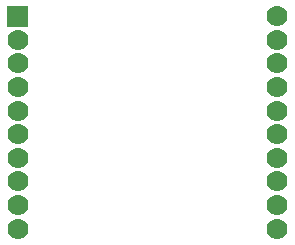
<source format=gbr>
G04 start of page 7 for group -4062 idx -4062 *
G04 Title: (unknown), soldermask *
G04 Creator: pcb 20110918 *
G04 CreationDate: Thu 09 Jun 2016 12:54:50 AM GMT UTC *
G04 For: railfan *
G04 Format: Gerber/RS-274X *
G04 PCB-Dimensions: 97614 89800 *
G04 PCB-Coordinate-Origin: lower left *
%MOIN*%
%FSLAX25Y25*%
%LNBOTTOMMASK*%
%ADD22C,0.0001*%
%ADD21C,0.0700*%
G54D21*X92114Y80300D03*
Y72426D03*
Y64552D03*
Y56678D03*
Y48804D03*
Y40930D03*
Y33056D03*
Y25182D03*
Y17308D03*
Y9434D03*
X5500Y56678D03*
Y48804D03*
Y40930D03*
Y33056D03*
G54D22*G36*
X2000Y83800D02*Y76800D01*
X9000D01*
Y83800D01*
X2000D01*
G37*
G54D21*X5500Y72426D03*
Y64552D03*
Y25182D03*
Y17308D03*
Y9434D03*
M02*

</source>
